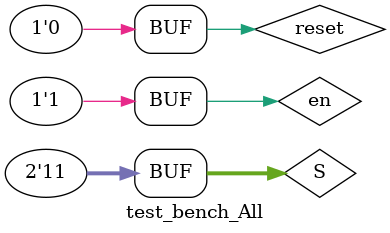
<source format=v>
`timescale 1ns / 1ps



module test_bench_All();

reg en,reset;
reg [1:0]S;
wire out1,out2;
wire[3:0] count;
wire[3:0] count1;
wire[3:0] count2; 
ring_oscillator_1 Ghanshyam(out1,out2,count,count1,count2,en,S,reset);
initial
begin
reset=1; en=0; S=2'b00;
#100;
reset=0; en=1; S=2'b11;

end

endmodule

</source>
